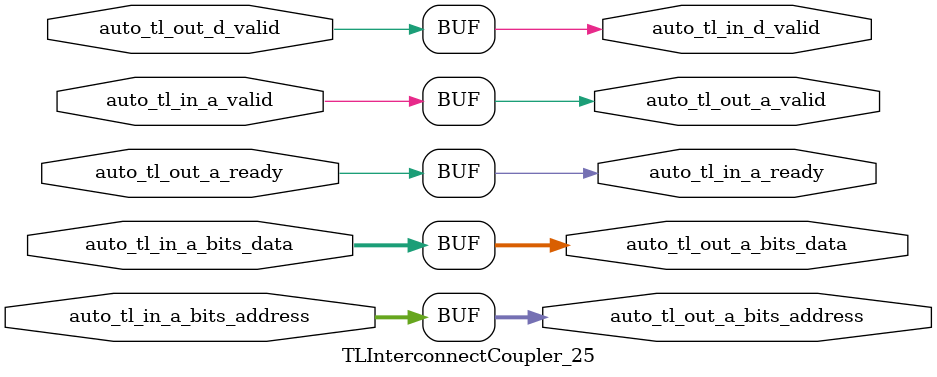
<source format=sv>
`ifndef RANDOMIZE
  `ifdef RANDOMIZE_REG_INIT
    `define RANDOMIZE
  `endif // RANDOMIZE_REG_INIT
`endif // not def RANDOMIZE
`ifndef RANDOMIZE
  `ifdef RANDOMIZE_MEM_INIT
    `define RANDOMIZE
  `endif // RANDOMIZE_MEM_INIT
`endif // not def RANDOMIZE

`ifndef RANDOM
  `define RANDOM $random
`endif // not def RANDOM

// Users can define 'PRINTF_COND' to add an extra gate to prints.
`ifndef PRINTF_COND_
  `ifdef PRINTF_COND
    `define PRINTF_COND_ (`PRINTF_COND)
  `else  // PRINTF_COND
    `define PRINTF_COND_ 1
  `endif // PRINTF_COND
`endif // not def PRINTF_COND_

// Users can define 'ASSERT_VERBOSE_COND' to add an extra gate to assert error printing.
`ifndef ASSERT_VERBOSE_COND_
  `ifdef ASSERT_VERBOSE_COND
    `define ASSERT_VERBOSE_COND_ (`ASSERT_VERBOSE_COND)
  `else  // ASSERT_VERBOSE_COND
    `define ASSERT_VERBOSE_COND_ 1
  `endif // ASSERT_VERBOSE_COND
`endif // not def ASSERT_VERBOSE_COND_

// Users can define 'STOP_COND' to add an extra gate to stop conditions.
`ifndef STOP_COND_
  `ifdef STOP_COND
    `define STOP_COND_ (`STOP_COND)
  `else  // STOP_COND
    `define STOP_COND_ 1
  `endif // STOP_COND
`endif // not def STOP_COND_

// Users can define INIT_RANDOM as general code that gets injected into the
// initializer block for modules with registers.
`ifndef INIT_RANDOM
  `define INIT_RANDOM
`endif // not def INIT_RANDOM

// If using random initialization, you can also define RANDOMIZE_DELAY to
// customize the delay used, otherwise 0.002 is used.
`ifndef RANDOMIZE_DELAY
  `define RANDOMIZE_DELAY 0.002
`endif // not def RANDOMIZE_DELAY

// Define INIT_RANDOM_PROLOG_ for use in our modules below.
`ifndef INIT_RANDOM_PROLOG_
  `ifdef RANDOMIZE
    `ifdef VERILATOR
      `define INIT_RANDOM_PROLOG_ `INIT_RANDOM
    `else  // VERILATOR
      `define INIT_RANDOM_PROLOG_ `INIT_RANDOM #`RANDOMIZE_DELAY begin end
    `endif // VERILATOR
  `else  // RANDOMIZE
    `define INIT_RANDOM_PROLOG_
  `endif // RANDOMIZE
`endif // not def INIT_RANDOM_PROLOG_

// Include register initializers in init blocks unless synthesis is set
`ifndef SYNTHESIS
  `ifndef ENABLE_INITIAL_REG_
    `define ENABLE_INITIAL_REG_
  `endif // not def ENABLE_INITIAL_REG_
`endif // not def SYNTHESIS

// Include rmemory initializers in init blocks unless synthesis is set
`ifndef SYNTHESIS
  `ifndef ENABLE_INITIAL_MEM_
    `define ENABLE_INITIAL_MEM_
  `endif // not def ENABLE_INITIAL_MEM_
`endif // not def SYNTHESIS

module TLInterconnectCoupler_25(
  input         auto_tl_in_a_valid,
  input  [30:0] auto_tl_in_a_bits_address,
  input  [63:0] auto_tl_in_a_bits_data,
  input         auto_tl_out_a_ready,
                auto_tl_out_d_valid,
  output        auto_tl_in_a_ready,
                auto_tl_in_d_valid,
                auto_tl_out_a_valid,
  output [30:0] auto_tl_out_a_bits_address,
  output [63:0] auto_tl_out_a_bits_data
);

  assign auto_tl_in_a_ready = auto_tl_out_a_ready;
  assign auto_tl_in_d_valid = auto_tl_out_d_valid;
  assign auto_tl_out_a_valid = auto_tl_in_a_valid;
  assign auto_tl_out_a_bits_address = auto_tl_in_a_bits_address;
  assign auto_tl_out_a_bits_data = auto_tl_in_a_bits_data;
endmodule


</source>
